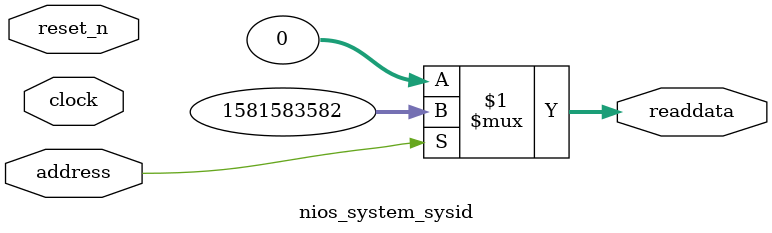
<source format=v>

`timescale 1ns / 1ps
// synthesis translate_on

// turn off superfluous verilog processor warnings 
// altera message_level Level1 
// altera message_off 10034 10035 10036 10037 10230 10240 10030 

module nios_system_sysid (
               // inputs:
                address,
                clock,
                reset_n,

               // outputs:
                readdata
             )
;

  output  [ 31: 0] readdata;
  input            address;
  input            clock;
  input            reset_n;

  wire    [ 31: 0] readdata;
  //control_slave, which is an e_avalon_slave
  assign readdata = address ? 1581583582 : 0;

endmodule




</source>
